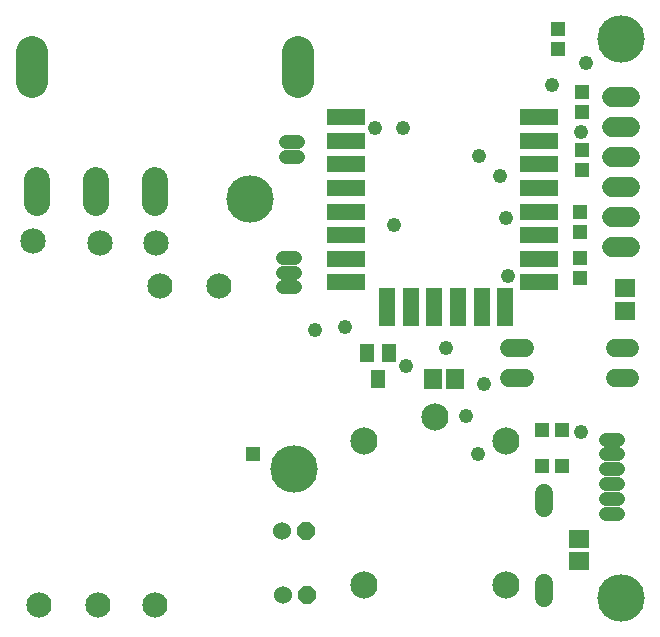
<source format=gts>
G75*
%MOIN*%
%OFA0B0*%
%FSLAX25Y25*%
%IPPOS*%
%LPD*%
%AMOC8*
5,1,8,0,0,1.08239X$1,22.5*
%
%ADD10R,0.04737X0.06312*%
%ADD11C,0.06000*%
%ADD12C,0.09068*%
%ADD13R,0.12611X0.05524*%
%ADD14R,0.05524X0.12611*%
%ADD15C,0.04769*%
%ADD16C,0.08600*%
%ADD17R,0.07099X0.05918*%
%ADD18R,0.05918X0.07099*%
%ADD19C,0.10800*%
%ADD20R,0.05131X0.04737*%
%ADD21R,0.04737X0.05131*%
%ADD22C,0.06800*%
%ADD23C,0.08400*%
%ADD24OC8,0.06000*%
%ADD25C,0.06000*%
%ADD26C,0.04762*%
%ADD27C,0.04800*%
%ADD28R,0.04762X0.04762*%
%ADD29C,0.08477*%
%ADD30C,0.15800*%
D10*
X0123393Y0092831D03*
X0130873Y0092831D03*
X0127133Y0084169D03*
D11*
X0170933Y0084500D02*
X0176133Y0084500D01*
X0176133Y0094500D02*
X0170933Y0094500D01*
X0206133Y0094500D02*
X0211333Y0094500D01*
X0211333Y0084500D02*
X0206133Y0084500D01*
X0182633Y0046100D02*
X0182633Y0040900D01*
X0182633Y0016100D02*
X0182633Y0010900D01*
D12*
X0169755Y0015484D03*
X0122511Y0015484D03*
X0122511Y0063516D03*
X0146133Y0071390D03*
X0169755Y0063516D03*
D13*
X0181023Y0116217D03*
X0181023Y0124091D03*
X0181023Y0131965D03*
X0181023Y0139839D03*
X0181023Y0147713D03*
X0181023Y0155587D03*
X0181023Y0163461D03*
X0181023Y0171335D03*
X0116456Y0171335D03*
X0116456Y0163461D03*
X0116456Y0155587D03*
X0116456Y0147713D03*
X0116456Y0139839D03*
X0116456Y0131965D03*
X0116456Y0124091D03*
X0116456Y0116217D03*
D14*
X0130236Y0107949D03*
X0138110Y0107949D03*
X0145984Y0107949D03*
X0153858Y0107949D03*
X0161732Y0107949D03*
X0169606Y0107949D03*
D15*
X0203228Y0063803D02*
X0207196Y0063803D01*
X0207196Y0058882D02*
X0203228Y0058882D01*
X0203228Y0053961D02*
X0207196Y0053961D01*
X0207196Y0049039D02*
X0203228Y0049039D01*
X0203228Y0044118D02*
X0207196Y0044118D01*
X0207196Y0039197D02*
X0203228Y0039197D01*
X0099539Y0114579D02*
X0095570Y0114579D01*
X0095570Y0119500D02*
X0099539Y0119500D01*
X0099539Y0124421D02*
X0095570Y0124421D01*
X0096570Y0158039D02*
X0100539Y0158039D01*
X0100539Y0162961D02*
X0096570Y0162961D01*
D16*
X0052833Y0150400D02*
X0052833Y0142600D01*
X0033133Y0142600D02*
X0033133Y0150400D01*
X0013433Y0150400D02*
X0013433Y0142600D01*
D17*
X0194133Y0030740D03*
X0194133Y0023260D03*
X0209633Y0106760D03*
X0209633Y0114240D03*
D18*
X0152873Y0084000D03*
X0145393Y0084000D03*
D19*
X0100433Y0183000D02*
X0100433Y0193000D01*
X0011833Y0193000D02*
X0011833Y0183000D01*
D20*
X0187133Y0194154D03*
X0187133Y0200846D03*
X0195133Y0179846D03*
X0195133Y0173154D03*
X0195133Y0160346D03*
X0195133Y0153654D03*
X0194633Y0139846D03*
X0194633Y0133154D03*
X0194633Y0124346D03*
X0194633Y0117654D03*
D21*
X0188480Y0067000D03*
X0181787Y0067000D03*
X0181787Y0055000D03*
X0188480Y0055000D03*
D22*
X0205133Y0128000D02*
X0211133Y0128000D01*
X0211133Y0138000D02*
X0205133Y0138000D01*
X0205133Y0148000D02*
X0211133Y0148000D01*
X0211133Y0158000D02*
X0205133Y0158000D01*
X0205133Y0168000D02*
X0211133Y0168000D01*
X0211133Y0178000D02*
X0205133Y0178000D01*
D23*
X0014031Y0008850D03*
X0033716Y0008850D03*
X0053007Y0008850D03*
X0054582Y0115150D03*
X0074267Y0115150D03*
D24*
X0103133Y0033500D03*
X0103633Y0012000D03*
D25*
X0095633Y0012000D03*
X0095133Y0033500D03*
D26*
X0160633Y0059000D03*
X0162633Y0082500D03*
X0170633Y0118500D03*
X0132633Y0135500D03*
X0116133Y0101500D03*
D27*
X0106133Y0100250D03*
X0136633Y0088250D03*
X0149883Y0094500D03*
X0156383Y0071750D03*
X0194883Y0066500D03*
X0169883Y0137750D03*
X0167883Y0151750D03*
X0160883Y0158250D03*
X0135633Y0167750D03*
X0126133Y0167750D03*
X0185133Y0182000D03*
X0196383Y0189250D03*
X0194883Y0166500D03*
D28*
X0085633Y0059000D03*
D29*
X0053133Y0129500D03*
X0034633Y0129500D03*
X0012133Y0130000D03*
D30*
X0084633Y0144000D03*
X0099133Y0054000D03*
X0208133Y0011000D03*
X0208133Y0197500D03*
M02*

</source>
